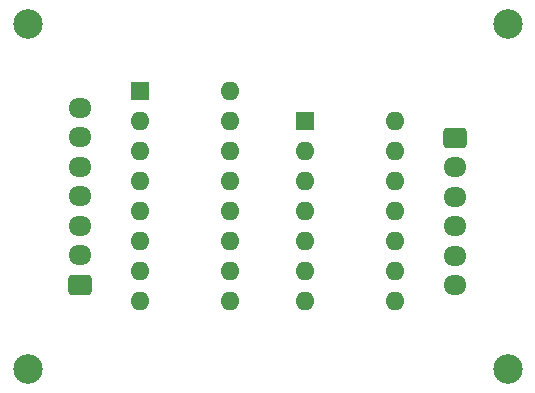
<source format=gbr>
%TF.GenerationSoftware,KiCad,Pcbnew,(6.0.6)*%
%TF.CreationDate,2022-12-02T11:51:27+05:30*%
%TF.ProjectId,exp3,65787033-2e6b-4696-9361-645f70636258,rev?*%
%TF.SameCoordinates,Original*%
%TF.FileFunction,Soldermask,Bot*%
%TF.FilePolarity,Negative*%
%FSLAX46Y46*%
G04 Gerber Fmt 4.6, Leading zero omitted, Abs format (unit mm)*
G04 Created by KiCad (PCBNEW (6.0.6)) date 2022-12-02 11:51:27*
%MOMM*%
%LPD*%
G01*
G04 APERTURE LIST*
G04 Aperture macros list*
%AMRoundRect*
0 Rectangle with rounded corners*
0 $1 Rounding radius*
0 $2 $3 $4 $5 $6 $7 $8 $9 X,Y pos of 4 corners*
0 Add a 4 corners polygon primitive as box body*
4,1,4,$2,$3,$4,$5,$6,$7,$8,$9,$2,$3,0*
0 Add four circle primitives for the rounded corners*
1,1,$1+$1,$2,$3*
1,1,$1+$1,$4,$5*
1,1,$1+$1,$6,$7*
1,1,$1+$1,$8,$9*
0 Add four rect primitives between the rounded corners*
20,1,$1+$1,$2,$3,$4,$5,0*
20,1,$1+$1,$4,$5,$6,$7,0*
20,1,$1+$1,$6,$7,$8,$9,0*
20,1,$1+$1,$8,$9,$2,$3,0*%
G04 Aperture macros list end*
%ADD10RoundRect,0.250000X0.725000X-0.600000X0.725000X0.600000X-0.725000X0.600000X-0.725000X-0.600000X0*%
%ADD11O,1.950000X1.700000*%
%ADD12C,2.500000*%
%ADD13RoundRect,0.250000X-0.725000X0.600000X-0.725000X-0.600000X0.725000X-0.600000X0.725000X0.600000X0*%
%ADD14R,1.600000X1.600000*%
%ADD15O,1.600000X1.600000*%
G04 APERTURE END LIST*
D10*
%TO.C,J1*%
X116832500Y-102750000D03*
D11*
X116832500Y-100250000D03*
X116832500Y-97750000D03*
X116832500Y-95250000D03*
X116832500Y-92750000D03*
X116832500Y-90250000D03*
X116832500Y-87750000D03*
%TD*%
D12*
%TO.C,H4*%
X153035000Y-109855000D03*
%TD*%
D13*
%TO.C,J2*%
X148597500Y-90270000D03*
D11*
X148597500Y-92770000D03*
X148597500Y-95270000D03*
X148597500Y-97770000D03*
X148597500Y-100270000D03*
X148597500Y-102770000D03*
%TD*%
D12*
%TO.C,H1*%
X112395000Y-109855000D03*
%TD*%
%TO.C,H2*%
X153035000Y-80645000D03*
%TD*%
D14*
%TO.C,U1*%
X135900000Y-88900000D03*
D15*
X135900000Y-91440000D03*
X135900000Y-93980000D03*
X135900000Y-96520000D03*
X135900000Y-99060000D03*
X135900000Y-101600000D03*
X135900000Y-104140000D03*
X143520000Y-104140000D03*
X143520000Y-101600000D03*
X143520000Y-99060000D03*
X143520000Y-96520000D03*
X143520000Y-93980000D03*
X143520000Y-91440000D03*
X143520000Y-88900000D03*
%TD*%
D12*
%TO.C,H3*%
X112395000Y-80645000D03*
%TD*%
D14*
%TO.C,U2*%
X121930000Y-86350000D03*
D15*
X121930000Y-88890000D03*
X121930000Y-91430000D03*
X121930000Y-93970000D03*
X121930000Y-96510000D03*
X121930000Y-99050000D03*
X121930000Y-101590000D03*
X121930000Y-104130000D03*
X129550000Y-104130000D03*
X129550000Y-101590000D03*
X129550000Y-99050000D03*
X129550000Y-96510000D03*
X129550000Y-93970000D03*
X129550000Y-91430000D03*
X129550000Y-88890000D03*
X129550000Y-86350000D03*
%TD*%
M02*

</source>
